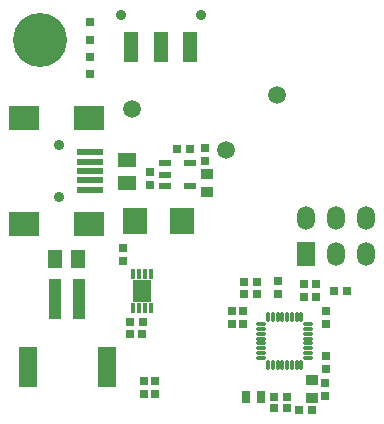
<source format=gbs>
G04 (created by PCBNEW (2013-05-31 BZR 4019)-stable) date 7/3/2014 2:31:18 PM*
%MOIN*%
G04 Gerber Fmt 3.4, Leading zero omitted, Abs format*
%FSLAX34Y34*%
G01*
G70*
G90*
G04 APERTURE LIST*
%ADD10C,0.00590551*%
%ADD11R,0.0906X0.0197*%
%ADD12R,0.0984X0.0787*%
%ADD13C,0.0354*%
%ADD14C,0.0591*%
%ADD15R,0.0394X0.0236*%
%ADD16R,0.0314X0.0314*%
%ADD17R,0.025X0.04*%
%ADD18R,0.0787X0.0906*%
%ADD19R,0.0394X0.0354*%
%ADD20C,0.18*%
%ADD21R,0.0472441X0.0984252*%
%ADD22C,0.0354331*%
%ADD23R,0.0392X0.1377*%
%ADD24R,0.0393X0.1377*%
%ADD25R,0.059X0.1338*%
%ADD26R,0.059X0.1337*%
%ADD27R,0.0275X0.0315*%
%ADD28R,0.0315X0.0275*%
%ADD29R,0.0171X0.0349*%
%ADD30R,0.0624X0.0742*%
%ADD31R,0.0512X0.059*%
%ADD32R,0.059X0.0512*%
%ADD33R,0.06X0.0787*%
%ADD34O,0.06X0.0787*%
%ADD35O,0.0368961X0.013274*%
%ADD36O,0.013274X0.0368961*%
G04 APERTURE END LIST*
G54D10*
G54D11*
X40198Y-21310D03*
X40198Y-20995D03*
X40198Y-20680D03*
X40198Y-20365D03*
X40198Y-20050D03*
G54D12*
X40159Y-22432D03*
X37994Y-22432D03*
X40159Y-18928D03*
X37994Y-18928D03*
G54D13*
X39175Y-21546D03*
X39175Y-19814D03*
G54D14*
X46420Y-18160D03*
X41600Y-18620D03*
G54D15*
X42704Y-21175D03*
X42704Y-20425D03*
X42704Y-20800D03*
X43536Y-20425D03*
X43536Y-21175D03*
G54D16*
X40200Y-17455D03*
X40200Y-16865D03*
X40200Y-15725D03*
X40200Y-16315D03*
G54D17*
X45389Y-28200D03*
X45891Y-28200D03*
G54D18*
X43271Y-22340D03*
X41689Y-22340D03*
G54D19*
X47600Y-27644D03*
X47600Y-28236D03*
X44100Y-21376D03*
X44100Y-20784D03*
G54D20*
X38520Y-16300D03*
G54D21*
X42560Y-16560D03*
X41575Y-16560D03*
X43544Y-16560D03*
G54D22*
X41221Y-15477D03*
X43898Y-15477D03*
G54D23*
X39834Y-24960D03*
G54D24*
X39046Y-24960D03*
G54D25*
X40757Y-27223D03*
G54D26*
X38122Y-27223D03*
G54D27*
X45300Y-25796D03*
X45300Y-25364D03*
X44920Y-25796D03*
X44920Y-25364D03*
X41300Y-23264D03*
X41300Y-23696D03*
G54D28*
X41514Y-26120D03*
X41946Y-26120D03*
X45776Y-24380D03*
X45344Y-24380D03*
X45776Y-24780D03*
X45344Y-24780D03*
G54D27*
X47340Y-24896D03*
X47340Y-24464D03*
G54D28*
X48324Y-24690D03*
X48756Y-24690D03*
G54D27*
X42010Y-27684D03*
X42010Y-28116D03*
G54D28*
X41956Y-25720D03*
X41524Y-25720D03*
G54D27*
X46460Y-24796D03*
X46460Y-24364D03*
X44020Y-19904D03*
X44020Y-20336D03*
X48080Y-25796D03*
X48080Y-25364D03*
X48080Y-27296D03*
X48080Y-26864D03*
X48040Y-27764D03*
X48040Y-28196D03*
G54D28*
X46776Y-28200D03*
X46344Y-28200D03*
X46776Y-28580D03*
X46344Y-28580D03*
X47164Y-28640D03*
X47596Y-28640D03*
G54D27*
X47720Y-24896D03*
X47720Y-24464D03*
G54D28*
X43536Y-19960D03*
X43104Y-19960D03*
G54D27*
X42370Y-27684D03*
X42370Y-28116D03*
X42200Y-21136D03*
X42200Y-20704D03*
G54D29*
X41635Y-24120D03*
X41833Y-24120D03*
X42027Y-24120D03*
X42225Y-24120D03*
X42225Y-25260D03*
X42027Y-25260D03*
X41833Y-25260D03*
X41635Y-25260D03*
G54D30*
X41930Y-24690D03*
G54D31*
X39795Y-23620D03*
X39045Y-23620D03*
G54D32*
X41420Y-21075D03*
X41420Y-20325D03*
G54D14*
X44740Y-19980D03*
G54D33*
X47390Y-23438D03*
G54D34*
X47390Y-22242D03*
X48390Y-23438D03*
X48390Y-22242D03*
X49390Y-23438D03*
X49390Y-22242D03*
G54D35*
X47477Y-25956D03*
X47477Y-26113D03*
X47477Y-26271D03*
X47477Y-26428D03*
X47477Y-26901D03*
G54D36*
X47241Y-27137D03*
X47083Y-27137D03*
X46926Y-27137D03*
X46768Y-27137D03*
X46611Y-27137D03*
X46453Y-27137D03*
G54D35*
X47477Y-25798D03*
G54D36*
X46296Y-27137D03*
X46138Y-27137D03*
G54D35*
X45902Y-26901D03*
X45902Y-26743D03*
X45902Y-26586D03*
X45902Y-26428D03*
X45902Y-26271D03*
X45902Y-26113D03*
X45902Y-25956D03*
X45902Y-25798D03*
G54D36*
X46138Y-25562D03*
X46296Y-25562D03*
X46453Y-25562D03*
X46611Y-25562D03*
G54D35*
X47477Y-26586D03*
X47477Y-26743D03*
G54D36*
X46768Y-25562D03*
X46926Y-25562D03*
X47083Y-25562D03*
X47241Y-25562D03*
M02*

</source>
